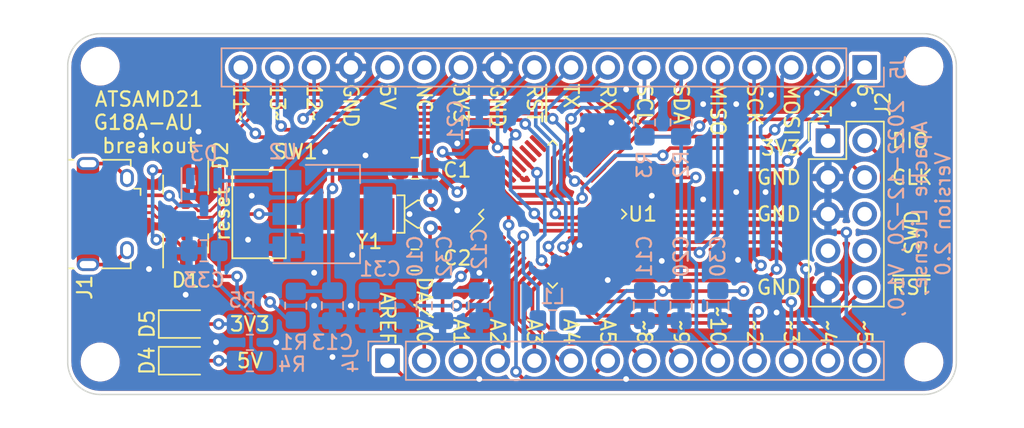
<source format=kicad_pcb>
(kicad_pcb (version 20211014) (generator pcbnew)
  (title_block (title "SAMD21 breakout") (date "2022-12-20") (rev "V1.0") (company "https://github.com/atoomnetmarc/SAMD21-breakout"))
  (layers (0 "F.Cu" signal) (31 "B.Cu" signal) (34 "B.Paste" user) (35 "F.Paste" user) (36 "B.SilkS" user "B.Silkscreen") (37 "F.SilkS" user "F.Silkscreen") (38 "B.Mask" user) (39 "F.Mask" user) (44 "Edge.Cuts" user))
  (net 0 "")
  (net 1 "+3.3V")
  (net 2 "GND")
  (net 3 "+3.3VA")
  (net 4 "/VDDCORE")
  (net 5 "/XIN32")
  (net 6 "/XOUT32")
  (net 7 "/USB+")
  (net 8 "/USB-")
  (net 19 "Net-(R1-Pad1)")
  (net 22 "unconnected-(J1-Pad6)")
  (net 23 "PA03{slash}AREF")
  (net 24 "~{RESET}")
  (net 25 "SWDIO")
  (net 26 "SWCLK")
  (net 27 "PA02{slash}DAC{slash}A0")
  (net 28 "PB08{slash}A1")
  (net 29 "PB09{slash}A2")
  (net 30 "PA04{slash}A3")
  (net 31 "PA05{slash}A4")
  (net 32 "PB02{slash}A5")
  (net 33 "PA08{slash}~D2{slash}SDA2")
  (net 34 "PA09{slash}~D3{slash}SCL2")
  (net 35 "PA14{slash}~D4")
  (net 36 "PA15{slash}~D5")
  (net 37 "PA20{slash}D6")
  (net 38 "PA21{slash}D7")
  (net 39 "PB10{slash}MOSI")
  (net 40 "PB11{slash}SCK")
  (net 41 "PA12{slash}MISO")
  (net 42 "PA22{slash}SDA")
  (net 43 "PA23{slash}SCL")
  (net 44 "PA11{slash}D0{slash}RX")
  (net 45 "PA10{slash}D1{slash}TX")
  (net 46 "+5V")
  (net 47 "PA06{slash}~D8")
  (net 48 "PA07{slash}~D9")
  (net 49 "PA18{slash}~D10")
  (net 50 "PA16{slash}~D11{slash}SDA3")
  (net 51 "PA17{slash}~D13{slash}SCL3{slash}LED")
  (net 52 "PA19{slash}~D12")
  (net 54 "Net-(D3-Pad3)")
  (net 55 "Net-(D4-Pad2)")
  (net 56 "Net-(D5-Pad2)")
  (footprint "LED_SMD:LED_0805_2012Metric_Pad1.15x1.40mm_HandSolder" (layer "F.Cu") (at -13.97 0)
    (fp_text reference "D4")
    (fp_text value "Blue")
  )
  (footprint "Package_TO_SOT_SMD:SOT-23" (layer "F.Cu") (at -13.97 -8.128 90)
    (fp_text reference "D1")
    (fp_text value "BAV99")
  )
  (footprint "Connector_PinHeader_2.54mm:PinHeader_2x05_P2.54mm_Vertical" (layer "F.Cu") (at 30.48 -15.24)
    (fp_text reference "J2")
    (fp_text value "Conn_ARM_JTAG_SWD_10")
  )
  (footprint "Package_TO_SOT_SMD:SOT-23" (layer "F.Cu") (at -13.97 -12.192 -90)
    (fp_text reference "D2")
    (fp_text value "BAV99")
  )
  (footprint "Capacitor_SMD:C_0805_2012Metric_Pad1.18x1.45mm_HandSolder" (layer "F.Cu") (at 1.905 -6.985 180)
    (fp_text reference "C2")
    (fp_text value "6.8pF")
  )
  (footprint "Crystal:Crystal_C26-LF_D2.1mm_L6.5mm_Horizontal_1EP_style1" (layer "F.Cu") (at 2.98 -11.11 -90)
    (fp_text reference "Y1")
    (fp_text value "32768Hz")
  )
  (footprint "Button_Switch_SMD:SW_SPST_CK_RS282G05A3" (layer "F.Cu") (at -8.89 -10.16 -90)
    (fp_text reference "SW1")
    (fp_text value "SW_Push")
  )
  (footprint "MountingHole:MountingHole_2.2mm_M2_DIN965" (layer "F.Cu") (at -19.8848 0.09)
    (fp_text reference "H3" hide)
    (fp_text value "MountingHole_Pad")
  )
  (footprint "MountingHole:MountingHole_2.2mm_M2_DIN965" (layer "F.Cu") (at 37.1152 -20.41)
    (fp_text reference "H2" hide)
    (fp_text value "MountingHole_Pad")
  )
  (footprint "Package_QFP:TQFP-48_7x7mm_P0.5mm" (layer "F.Cu") (at 11.43 -10.16 45)
    (fp_text reference "U1")
    (fp_text value "ATSAMD21G18A-AU")
  )
  (footprint "Capacitor_SMD:C_0805_2012Metric_Pad1.18x1.45mm_HandSolder" (layer "F.Cu") (at 1.905 -13.335 180)
    (fp_text reference "C1")
    (fp_text value "6.8pF")
  )
  (footprint "MountingHole:MountingHole_2.2mm_M2_DIN965" (layer "F.Cu") (at 37.1152 0.09)
    (fp_text reference "H4" hide)
    (fp_text value "MountingHole_Pad")
  )
  (footprint "Connector_USB-fixed:USB_Micro-B_Amphenol_10118194_Horizontal" (layer "F.Cu") (at -19.4318 -10.16 -90)
    (fp_text reference "J1")
    (fp_text value "USB_B_Micro")
  )
  (footprint "LED_SMD:LED_0805_2012Metric_Pad1.15x1.40mm_HandSolder" (layer "F.Cu") (at -13.97 -2.54)
    (fp_text reference "D5")
    (fp_text value "Blue")
  )
  (footprint "MountingHole:MountingHole_2.2mm_M2_DIN965" (layer "F.Cu") (at -19.8848 -20.41)
    (fp_text reference "H1" hide)
    (fp_text value "MountingHole_Pad")
  )
  (footprint "Capacitor_SMD:C_0805_2012Metric_Pad1.18x1.45mm_HandSolder" (layer "B.Cu") (at 22.86 -3.81 -90)
    (fp_text reference "C30")
    (fp_text value "10uF")
  )
  (footprint "Package_TO_SOT_SMD:SOT-23" (layer "B.Cu") (at -12.7 -11.684 -90)
    (fp_text reference "D3")
    (fp_text value "BAV99")
  )
  (footprint "Capacitor_SMD:C_0805_2012Metric_Pad1.18x1.45mm_HandSolder" (layer "B.Cu") (at 3.81 -3.81 -90)
    (fp_text reference "C32")
    (fp_text value "10uF")
  )
  (footprint "Capacitor_SMD:C_0805_2012Metric_Pad1.18x1.45mm_HandSolder" (layer "B.Cu") (at 17.78 -3.81 -90)
    (fp_text reference "C11")
    (fp_text value "100nF")
  )
  (footprint "Capacitor_SMD:C_0805_2012Metric_Pad1.18x1.45mm_HandSolder" (layer "B.Cu") (at 6.35 -3.81 -90)
    (fp_text reference "C12")
    (fp_text value "100nF")
  )
  (footprint "Capacitor_SMD:C_0805_2012Metric_Pad1.18x1.45mm_HandSolder" (layer "B.Cu") (at 20.32 -3.81 -90)
    (fp_text reference "C20")
    (fp_text value "1uF")
  )
  (footprint "Resistor_SMD:R_0805_2012Metric_Pad1.20x1.40mm_HandSolder" (layer "B.Cu") (at -9.525 -2.54 180)
    (fp_text reference "R5")
    (fp_text value "470")
  )
  (footprint "Capacitor_SMD:C_0805_2012Metric_Pad1.18x1.45mm_HandSolder" (layer "B.Cu") (at 1.27 -3.81 -90)
    (fp_text reference "C10")
    (fp_text value "100nF")
  )
  (footprint "Capacitor_SMD:C_0805_2012Metric_Pad1.18x1.45mm_HandSolder" (layer "B.Cu") (at -12.7 -7.62 180)
    (fp_text reference "C33")
    (fp_text value "10uF")
  )
  (footprint "Connector_PinHeader_2.54mm:PinHeader_1x18_P2.54mm_Vertical" (layer "B.Cu") (at 33.02 -20.32 90)
    (fp_text reference "J5")
    (fp_text value "Conn_01x18")
  )
  (footprint "Capacitor_SMD:C_0805_2012Metric_Pad1.18x1.45mm_HandSolder" (layer "B.Cu") (at -1.27 -3.81 -90)
    (fp_text reference "C31")
    (fp_text value "10uF")
  )
  (footprint "Inductor_SMD:L_0805_2012Metric_Pad1.15x1.40mm_HandSolder" (layer "B.Cu") (at 11.43 -2.794)
    (fp_text reference "L1")
    (fp_text value "10uH")
  )
  (footprint "Resistor_SMD:R_0805_2012Metric_Pad1.20x1.40mm_HandSolder" (layer "B.Cu") (at 20.32 -16.51 -90)
    (fp_text reference "R2")
    (fp_text value "4k7")
  )
  (footprint "Resistor_SMD:R_0805_2012Metric_Pad1.20x1.40mm_HandSolder" (layer "B.Cu") (at 17.78 -16.51 -90)
    (fp_text reference "R3")
    (fp_text value "4k7")
  )
  (footprint "Resistor_SMD:R_0805_2012Metric_Pad1.20x1.40mm_HandSolder" (layer "B.Cu") (at -6.35 -3.81 90)
    (fp_text reference "R1")
    (fp_text value "470R")
  )
  (footprint "Package_TO_SOT_SMD-extra:SOT-223-3_TabPinNC" (layer "B.Cu") (at -3.81 -10.16)
    (fp_text reference "U2")
    (fp_text value "AMS1117-3.3")
  )
  (footprint "Connector_PinHeader_2.54mm:PinHeader_1x14_P2.54mm_Vertical" (layer "B.Cu") (at 0 0 -90)
    (fp_text reference "J4")
    (fp_text value "Conn_01x14")
  )
  (footprint "Resistor_SMD:R_0805_2012Metric_Pad1.20x1.40mm_HandSolder" (layer "B.Cu") (at -9.525 0 180)
    (fp_text reference "R4")
    (fp_text value "2k2")
  )
  (footprint "Capacitor_SMD:C_0805_2012Metric_Pad1.18x1.45mm_HandSolder" (layer "B.Cu") (at -3.81 -3.81 -90)
    (fp_text reference "C13")
    (fp_text value "100nF")
  )
  (footprint "Capacitor_SMD:C_0805_2012Metric_Pad1.18x1.45mm_HandSolder" (layer "B.Cu") (at 6.35 -16.51 90)
    (fp_text reference "C21")
    (fp_text value "1uF")
  )
  (gr_arc (start 39.3652 0.09) (mid 38.70619 1.68099) (end 37.1152 2.34) (layer "Edge.Cuts") (width 0.1))
  (gr_line (start 39.3652 0.09) (end 39.3652 -20.41) (layer "Edge.Cuts") (width 0.1))
  (gr_arc (start 37.1152 -22.66) (mid 38.70619 -22.00099) (end 39.3652 -20.41) (layer "Edge.Cuts") (width 0.1))
  (gr_arc (start -19.8848 2.34) (mid -21.47579 1.68099) (end -22.1348 0.09) (layer "Edge.Cuts") (width 0.1))
  (gr_arc (start -22.1348 -20.41) (mid -21.47579 -22.00099) (end -19.8848 -22.66) (layer "Edge.Cuts") (width 0.1))
  (gr_line (start 37.1152 -22.66) (end -19.8848 -22.66) (layer "Edge.Cuts") (width 0.1))
  (gr_line (start -19.8848 2.34) (end 37.1152 2.34) (layer "Edge.Cuts") (width 0.1))
  (gr_line (start -22.1348 -20.41) (end -22.1348 0.09) (layer "Edge.Cuts") (width 0.1))
  (gr_text "2022-12-20, V1.0, \nApache License, \nVersion 2.0" (at 36.83 -10.16 90) (layer "B.SilkS") (effects (font (size 1 1)) (justify mirror)))
  (gr_text "GND" (at 28.702 -10.16) (layer "F.SilkS") (effects (font (size 1 1)) (justify right)))
  (gr_text "3V3" (at 28.702 -14.732) (layer "F.SilkS") (effects (font (size 1 1)) (justify right)))
  (gr_text "A1" (at 5.08 -1.016 -90) (layer "F.SilkS") (effects (font (size 1 1)) (justify right)))
  (gr_text "GND" (at 28.702 -12.7) (layer "F.SilkS") (effects (font (size 1 1)) (justify right)))
  (gr_text "~9" (at 20.32 -1.016 -90) (layer "F.SilkS") (effects (font (size 1 1)) (justify right)))
  (gr_text "reset" (at -11.43 -10.16 90) (layer "F.SilkS") (effects (font (size 1 1))))
  (gr_text "~8" (at 17.78 -1.016 -90) (layer "F.SilkS") (effects (font (size 1 1)) (justify right)))
  (gr_text "12~" (at -5.08 -19.304 -90) (layer "F.SilkS") (effects (font (size 1 1)) (justify left)))
  (gr_text "3V3" (at 5.08 -19.304 -90) (layer "F.SilkS") (effects (font (size 1 1)) (justify left)))
  (gr_text "TX" (at 12.7 -19.304 -90) (layer "F.SilkS") (effects (font (size 1 1)) (justify left)))
  (gr_text "GND" (at 7.62 -19.304 -90) (layer "F.SilkS") (effects (font (size 1 1)) (justify left)))
  (gr_text "~10" (at 22.86 -1.016 -90) (layer "F.SilkS") (effects (font (size 1 1)) (justify right)))
  (gr_text "1" (at 30.226 -17.272 90) (layer "F.SilkS") (effects (font (size 1 1))))
  (gr_text "11~" (at -10.16 -19.304 -90) (layer "F.SilkS") (effects (font (size 1 1)) (justify left)))
  (gr_text "A4" (at 12.7 -1.016 -90) (layer "F.SilkS") (effects (font (size 1 1)) (justify right)))
  (gr_text "MOSI" (at 27.94 -19.304 -90) (layer "F.SilkS") (effects (font (size 1 1)) (justify left)))
  (gr_text "7" (at 30.48 -19.304 -90) (layer "F.SilkS") (effects (font (size 1 1)) (justify left)))
  (gr_text "GND" (at -2.54 -19.304 -90) (layer "F.SilkS") (effects (font (size 1 1)) (justify left)))
  (gr_text "5V" (at 0 -19.304 -90) (layer "F.SilkS") (effects (font (size 1 1)) (justify left)))
  (gr_text "A3" (at 10.16 -1.016 -90) (layer "F.SilkS") (effects (font (size 1 1)) (justify right)))
  (gr_text "MISO" (at 22.86 -19.304 -90) (layer "F.SilkS") (effects (font (size 1 1)) (justify left)))
  (gr_text "~4" (at 30.48 -1.016 -90) (layer "F.SilkS") (effects (font (size 1 1)) (justify right)))
  (gr_text "SCK" (at 25.4 -19.304 -90) (layer "F.SilkS") (effects (font (size 1 1)) (justify left)))
  (gr_text "CLK" (at 34.798 -12.7) (layer "F.SilkS") (effects (font (size 1 1)) (justify left)))
  (gr_text "A5" (at 15.24 -1.016 -90) (layer "F.SilkS") (effects (font (size 1 1)) (justify right)))
  (gr_text "A2" (at 7.62 -1.016 -90) (layer "F.SilkS") (effects (font (size 1 1)) (justify right)))
  (gr_text "~3" (at 27.94 -1.016 -90) (layer "F.SilkS") (effects (font (size 1 1)) (justify right)))
  (gr_text "~5" (at 33.02 -1.016 -90) (layer "F.SilkS") (effects (font (size 1 1)) (justify right)))
  (gr_text "6" (at 33.02 -19.304 -90) (layer "F.SilkS") (effects (font (size 1 1)) (justify left)))
  (gr_text "DIO" (at 34.798 -15.24) (layer "F.SilkS") (effects (font (size 1 1)) (justify left)))
  (gr_text "RX" (at 15.24 -19.304 -90) (layer "F.SilkS") (effects (font (size 1 1)) (justify left)))
  (gr_text "AREF" (at 0 -1.016 -90) (layer "F.SilkS") (effects (font (size 1 1)) (justify right)))
  (gr_text "3V3" (at -9.525 -2.54) (layer "F.SilkS") (effects (font (size 1 1))))
  (gr_text "~{RST}" (at 34.798 -5.08) (layer "F.SilkS") (effects (font (size 1 1)) (justify left)))
  (gr_text "SCL" (at 17.78 -19.304 -90) (layer "F.SilkS") (effects (font (size 1 1)) (justify left)))
  (gr_text "SWD" (at 36.322 -8.89 90) (layer "F.SilkS") (effects (font (size 1 1))))
  (gr_text "NC" (at 2.54 -19.304 -90) (layer "F.SilkS") (effects (font (size 1 1)) (justify left)))
  (gr_text "SDA" (at 20.32 -19.304 -90) (layer "F.SilkS") (effects (font (size 1 1)) (justify left)))
  (gr_text "GND" (at 28.702 -5.08) (layer "F.SilkS") (effects (font (size 1 1)) (justify right)))
  (gr_text "ATSAMD21\nG18A-AU \nbreakout" (at -16.51 -16.51) (layer "F.SilkS") (effects (font (size 1 1))))
  (gr_text "~2" (at 25.4 -1.016 -90) (layer "F.SilkS") (effects (font (size 1 1)) (justify right)))
  (gr_text "13~" (at -7.62 -19.304 -90) (layer "F.SilkS") (effects (font (size 1 1)) (justify left)))
  (gr_text "~{RST}" (at 10.16 -19.304 -90) (layer "F.SilkS") (effects (font (size 1 1)) (justify left)))
  (gr_text "5V" (at -9.525 0) (layer "F.SilkS") (effects (font (size 1 1))))
  (gr_text "DA/A0" (at 2.54 -1.016 -90) (layer "F.SilkS") (effects (font (size 1 1)) (justify right)))
  (segment (start 30.0095 -16.7265) (end 30.48 -16.256) (width 0.25) (layer "F.Cu") (net 1))
  (segment (start 12.428788 -15.047876) (end 12.428788 -16.492788) (width 0.25) (layer "F.Cu") (net 1))
  (segment (start 14.5155 -6.01384) (end 14.5155 -5.287902) (width 0.25) (layer "F.Cu") (net 1))
  (segment (start -14.92 -13.1295) (end -16.1775 -13.1295) (width 0.25) (layer "F.Cu") (net 1))
  (segment (start 14.977402 -4.826) (end 19.05 -4.826) (width 0.25) (layer "F.Cu") (net 1))
  (segment (start -14.702249 -8.382) (end -13.510749 -7.1905) (width 0.25) (layer "F.Cu") (net 1))
  (segment (start -16.002 -8.382) (end -14.702249 -8.382) (width 0.25) (layer "F.Cu") (net 1))
  (segment (start -13.02 -8.316) (end -13.02 -7.1905) (width 0.25) (layer "F.Cu") (net 1))
  (segment (start -16.1775 -13.1295) (end -16.256 -13.208) (width 0.25) (layer "F.Cu") (net 1))
  (segment (start 14.5155 -5.287902) (end 14.977402 -4.826) (width 0.25) (layer "F.Cu") (net 1))
  (segment (start 11.43 -12.446) (end 11.43 -14.049088) (width 0.25) (layer "F.Cu") (net 1))
  (segment (start 6.28294 -13.14094) (end 4.826 -11.684) (width 0.25) (layer "F.Cu") (net 1))
  (segment (start 10.989064 -12.005064) (end 11.43 -12.446) (width 0.25) (layer "F.Cu") (net 1))
  (segment (start 22.0605 -16.7265) (end 30.0095 -16.7265) (width 0.25) (layer "F.Cu") (net 1))
  (segment (start 11.43 -14.049088) (end 12.428788 -15.047876) (width 0.25) (layer "F.Cu") (net 1))
  (segment (start 19.05 -4.826) (end 24.638 -4.826) (width 0.25) (layer "F.Cu") (net 1))
  (segment (start -11.176 -10.16) (end -13.02 -8.316) (width 0.25) (layer "F.Cu") (net 1))
  (segment (start 7.956338 -12.573002) (end 7.3884 -13.14094) (width 0.25) (layer "F.Cu") (net 1))
  (segment (start 21.59 -16.256) (end 22.0605 -16.7265) (width 0.25) (layer "F.Cu") (net 1))
  (segment (start -8.89 -10.16) (end -11.176 -10.16) (width 0.25) (layer "F.Cu") (net 1))
  (segment (start 7.3884 -13.14094) (end 6.28294 -13.14094) (width 0.25) (layer "F.Cu") (net 1))
  (segment (start -11.6715 -5.842) (end -10.414 -5.842) (width 0.25) (layer "F.Cu") (net 1))
  (segment (start 13.843002 -6.686338) (end 14.5155 -6.01384) (width 0.25) (layer "F.Cu") (net 1))
  (segment (start -13.510749 -7.1905) (end -13.02 -7.1905) (width 0.25) (layer "F.Cu") (net 1))
  (segment (start 7.956338 -12.573002) (end 8.524276 -12.005064) (width 0.25) (layer "F.Cu") (net 1))
  (segment (start -13.02 -7.1905) (end -11.6715 -5.842) (width 0.25) (layer "F.Cu") (net 1))
  (segment (start 12.428788 -16.492788) (end 12.7 -16.764) (width 0.25) (layer "F.Cu") (net 1))
  (segment (start 30.48 -16.256) (end 30.48 -15.24) (width 0.25) (layer "F.Cu") (net 1))
  (segment (start 8.524276 -12.005064) (end 10.989064 -12.005064) (width 0.25) (layer "F.Cu") (net 1))
  (via (at -16.256 -13.208) (size 0.8) (drill 0.4) (layers "F.Cu" "B.Cu") (net 1))
  (via (at 19.05 -4.826) (size 0.8) (drill 0.4) (layers "F.Cu" "B.Cu") (net 1))
  (via (at -16.002 -8.382) (size 0.8) (drill 0.4) (layers "F.Cu" "B.Cu") (net 1))
  (via (at -8.89 -10.16) (size 0.8) (drill 0.4) (layers "F.Cu" "B.Cu") (net 1))
  (via (at 12.7 -16.764) (size 0.8) (drill 0.4) (layers "F.Cu" "B.Cu") (net 1))
  (via (at -10.414 -5.842) (size 0.8) (drill 0.4) (layers "F.Cu" "B.Cu") (net 1))
  (via (at 4.826 -11.684) (size 0.8) (drill 0.4) (layers "F.Cu" "B.Cu") (net 1))
  (via (at 24.638 -4.826) (size 0.8) (drill 0.4) (layers "F.Cu" "B.Cu") (net 1))
  (via (at 21.59 -16.256) (size 0.8) (drill 0.4) (layers "F.Cu" "B.Cu") (net 1))
  (segment (start 17.78 -15.748) (end 17.78 -15.51) (width 0.25) (layer "B.Cu") (net 1))
  (segment (start 3.556 -12.954) (end 4.826 -11.684) (width 0.25) (layer "B.Cu") (net 1))
  (segment (start -4.166 -12.954) (end 2.54 -12.954) (width 0.25) (layer "B.Cu") (net 1))
  (segment (start -16.256 -8.636) (end -16.002 -8.382) (width 0.25) (layer "B.Cu") (net 1))
  (segment (start 16.5315 -4.8475) (end 17.78 -4.8475) (width 0.25) (layer "B.Cu") (net 1))
  (segment (start 19.05 -4.826) (end 17.8015 -4.826) (width 0.25) (layer "B.Cu") (net 1))
  (segment (start 20.2985 -4.826) (end 20.32 -4.8475) (width 0.25) (layer "B.Cu") (net 1))
  (segment (start 20.32 -15.51) (end 20.844 -15.51) (width 0.25) (layer "B.Cu") (net 1))
  (segment (start 22.8815 -4.826) (end 22.86 -4.8475) (width 0.25) (layer "B.Cu") (net 1))
  (segment (start 2.54 -17.78) (end 2.54 -12.954) (width 0.25) (layer "B.Cu") (net 1))
  (segment (start 13.462 -17.526) (end 16.002 -17.526) (width 0.25) (layer "B.Cu") (net 1))
  (segment (start 19.05 -4.826) (end 20.2985 -4.826) (width 0.25) (layer "B.Cu") (net 1))
  (segment (start -6.96 -10.16) (end -8.89 -10.16) (width 0.25) (layer "B.Cu") (net 1))
  (segment (start 24.638 -4.826) (end 22.8815 -4.826) (width 0.25) (layer "B.Cu") (net 1))
  (segment (start -6.96 -10.16) (end -4.166 -12.954) (width 0.25) (layer "B.Cu") (net 1))
  (segment (start 12.7 -16.764) (end 13.462 -17.526) (width 0.25) (layer "B.Cu") (net 1))
  (segment (start -8.525 -2.788863) (end -10.414 -4.677863) (width 0.25) (layer "B.Cu") (net 1))
  (segment (start 2.54 -12.954) (end 3.556 -12.954) (width 0.25) (layer "B.Cu") (net 1))
  (segment (start 20.32 -15.51) (end 20.32 -4.8475) (width 0.25) (layer "B.Cu") (net 1))
  (segment (start 16.002 -17.526) (end 17.78 -15.748) (width 0.25) (layer "B.Cu") (net 1))
  (segment (start 12.455 -2.794) (end 14.478 -2.794) (width 0.25) (layer "B.Cu") (net 1))
  (segment (start -8.525 -2.54) (end -8.525 -2.788863) (width 0.25) (layer "B.Cu") (net 1))
  (segment (start 20.844 -15.51) (end 21.59 -16.256) (width 0.25) (layer "B.Cu") (net 1))
  (segment (start 17.8015 -4.826) (end 17.78 -4.8475) (width 0.25) (layer "B.Cu") (net 1))
  (segment (start 20.32 -15.51) (end 17.78 -15.51) (width 0.25) (layer "B.Cu") (net 1))
  (segment (start 14.478 -2.794) (end 16.5315 -4.8475) (width 0.25) (layer "B.Cu") (net 1))
  (segment (start -16.256 -13.208) (end -16.256 -8.636) (width 0.25) (layer "B.Cu") (net 1))
  (segment (start 5.08 -20.32) (end 2.54 -17.78) (width 0.25) (layer "B.Cu") (net 1))
  (segment (start -10.414 -4.677863) (end -10.414 -5.842) (width 0.25) (layer "B.Cu") (net 1))
  (segment (start 8.663445 -13.280109) (end 7.903612 -14.039942) (width 0.25) (layer "F.Cu") (net 2))
  (segment (start 15.24 -5.996446) (end 15.24 -5.588) (width 0.25) (layer "F.Cu") (net 2))
  (segment (start 7.956338 -7.746998) (end 6.354299 -6.144959) (width 0.25) (layer "F.Cu") (net 2))
  (segment (start 12.782342 -14.694322) (end 13.462 -15.37398) (width 0.25) (layer "F.Cu") (net 2))
  (segment (start -8.89 -14.06) (end -4.736 -14.06) (width 0.25) (layer "F.Cu") (net 2))
  (segment (start 13.462 -15.37398) (end 13.462 -16.002) (width 0.25) (layer "F.Cu") (net 2))
  (segment (start 14.196555 -7.039891) (end 15.24 -5.996446) (width 0.25) (layer "F.Cu") (net 2))
  (segment (start 7.903612 -14.039942) (end 5.839893 -14.039942) (width 0.25) (layer "F.Cu") (net 2))
  (segment (start -4.736 -14.06) (end -4.318 -14.478) (width 0.25) (layer "F.Cu") (net 2))
  (segment (start 6.354299 -6.144959) (end 6.354299 -6.091701) (width 0.25) (layer "F.Cu") (net 2))
  (segment (start 5.839893 -14.039942) (end 4.822838 -15.056997) (width 0.25) (layer "F.Cu") (net 2))
  (via (at 15.494 -16.51) (size 0.8) (drill 0.4) (layers "F.Cu" "B.Cu") (net 2))
  (via (at -1.524 -14.224) (size 0.8) (drill 0.4) (layers "F.Cu" "B.Cu") (net 2))
  (via (at 26.543 -18.415) (size 0.8) (drill 0.4) (layers "F.Cu" "B.Cu") (net 2))
  (via (at -5.08 -6.096) (size 0.8) (drill 0.4) (layers "F.Cu" "B.Cu") (net 2))
  (via (at 4.826 -10.414) (size 0.8) (drill 0.4) (layers "F.Cu" "B.Cu") (net 2))
  (via (at -13.97 -4.572) (size 0.8) (drill 0.4) (layers "F.Cu" "B.Cu") (net 2))
  (via (at 24.25556 -6.986439) (size 0.8) (drill 0.4) (layers "F.Cu" "B.Cu") (net 2))
  (via (at 24.13 -11.684) (size 0.8) (drill 0.4) (layers "F.Cu" "B.Cu") (net 2))
  (via (at -9.652 -8.382) (size 0.8) (drill 0.4) (layers "F.Cu" "B.Cu") (net 2))
  (via (at -9.398 -11.43) (size 0.8) (drill 0.4) (layers "F.Cu" "B.Cu") (net 2))
  (via (at 16.51 -18.796) (size 0.8) (drill 0.4) (layers "F.Cu" "B.Cu") (net 2))
  (via (at -7.703051 -1.269174) (size 0.8) (drill 0.4) (layers "F.Cu" "B.Cu") (net 2))
  (via (at -17.018 -15.621) (size 0.8) (drill 0.4) (layers "F.Cu" "B.Cu") (net 2))
  (via (at -4.318 -14.478) (size 0.8) (drill 0.4) (layers "F.Cu" "B.Cu") (net 2))
  (via (at -2.54 -3.81) (size 0.8) (drill 0.4) (layers "F.Cu" "B.Cu") (net 2))
  (via (at 6.354299 -6.091701) (size 0.8) (drill 0.4) (layers "F.Cu" "B.Cu") (net 2))
  (via (at 18.978724 -6.913806) (size 0.8) (drill 0.4) (layers "F.Cu" "B.Cu") (net 2))
  (via (at -13.081 -15.875) (size 0.8) (drill 0.4) (layers "F.Cu" "B.Cu") (net 2))
  (via (at 32.258 -17.78) (size 0.8) (drill 0.4) (layers "F.Cu" "B.Cu") (net 2))
  (via (at 24.13 -17.78) (size 0.8) (drill 0.4) (layers "F.Cu" "B.Cu") (net 2))
  (via (at 13.462 -16.002) (size 0.8) (drill 0.4) (layers "F.Cu" "B.Cu") (net 2))
  (via (at 18.288 -11.43) (size 0.8) (drill 0.4) (layers "F.Cu" "B.Cu") (net 2))
  (via (at 15.24 -5.588) (size 0.8) (drill 0.4) (layers "F.Cu" "B.Cu") (net 2))
  (via (at 26.924 -3.3395) (size 0.8) (drill 0.4) (layers "F.Cu" "B.Cu") (net 2))
  (via (at 21.844 -11.176) (size 0.8) (drill 0.4) (layers "F.Cu" "B.Cu") (net 2))
  (via (at 13.290016 -7.995784) (size 0.8) (drill 0.4) (layers "F.Cu" "B.Cu") (net 2))
  (via (at 1.524 -10.16) (size 0.8) (drill 0.4) (layers "F.Cu" "B.Cu") (net 2))
  (via (at -16.51 -6.35) (size 0.8) (drill 0.4) (layers "F.Cu" "B.Cu") (net 2))
  (via (at 29.718 -18.542) (size 0.8) (drill 0.4) (layers "F.Cu" "B.Cu") (net 2))
  (via (at 21.844 -17.78) (size 0.8) (drill 0.4) (layers "F.Cu" "B.Cu") (net 2))
  (via (at 6.35 1.27) (size 0.8) (drill 0.4) (layers "F.Cu" "B.Cu") (net 2))
  (via (at -3.81 -0.254) (size 0.8) (drill 0.4) (layers "F.Cu" "B.Cu") (net 2))
  (via (at 16.51 1.27) (size 0.8) (drill 0.4) (layers "F.Cu" "B.Cu") (net 2))
  (via (at 4.822838 -15.056997) (size 0.8) (drill 0.4) (layers "F.Cu" "B.Cu") (net 2))
  (via (at -2.436471 -7.327587) (size 0.8) (drill 0.4) (layers "F.Cu" "B.Cu") (net 2))
  (via (at -5.08 -3.81) (size 0.8) (drill 0.4) (layers "F.Cu" "B.Cu") (net 2))
  (via (at 26.162 -11.684) (size 0.8) (drill 0.4) (layers "F.Cu" "B.Cu") (net 2))
  (via (at -11.867247 -1.285377) (size 0.8) (drill 0.4) (layers "F.Cu" "B.Cu") (net 2))
  (segment (start 9.398 -8.481554) (end 9.398 -8.636) (width 0.25) (layer "F.Cu") (net 3))
  (segment (start 8.309891 -7.393445) (end 9.398 -8.481554) (width 0.25) (layer "F.Cu") (net 3))
  (segment (start 7.078799 -6.162353) (end 7.078799 -5.428489) (width 0.25) (layer "F.Cu") (net 3))
  (segment (start 7.078799 -5.428489) (end 5.46031 -3.81) (width 0.25) (layer "F.Cu") (net 3))
  (segment (start 8.309891 -7.393445) (end 7.078799 -6.162353) (width 0.25) (layer "F.Cu") (net 3))
  (segment (start 5.46031 -3.81) (end 4.766301 -3.81) (width 0.25) (layer "F.Cu") (net 3))
  (via (at 9.398 -8.636) (size 0.8) (drill 0.4) (layers "F.Cu" "B.Cu") (net 3))
  (via (at 4.766301 -3.81) (size 0.8) (drill 0.4) (layers "F.Cu" "B.Cu") (net 3))
  (segment (start 1.27 -4.8475) (end -1.27 -4.8475) (width 0.25) (layer "B.Cu") (net 3))
  (segment (start 4.766301 -3.81) (end 1.778 -3.81) (width 0.25) (layer "B.Cu") (net 3))
  (segment (start 1.778 -3.81) (end 1.27 -4.318) (width 0.25) (layer "B.Cu") (net 3))
  (segment (start 9.398 -6.096) (end 10.405 -5.089) (width 0.25) (layer "B.Cu") (net 3))
  (segment (start 10.405 -5.089) (end 10.405 -2.794) (width 0.25) (layer "B.Cu") (net 3))
  (segment (start 1.27 -4.318) (end 1.27 -4.8475) (width 0.25) (layer "B.Cu") (net 3))
  (segment (start 9.398 -8.636) (end 9.398 -6.096) (width 0.25) (layer "B.Cu") (net 3))
  (segment (start 4.697559 -13.590441) (end 3.81 -14.478) (width 0.25) (layer "F.Cu") (net 4))
  (segment (start 7.646005 -13.590441) (end 4.697559 -13.590441) (width 0.25) (layer "F.Cu") (net 4))
  (segment (start 8.309891 -12.926555) (end 7.646005 -13.590441) (width 0.25) (layer "F.Cu") (net 4))
  (via (at 3.81 -14.478) (size 0.8) (drill 0.4) (layers "F.Cu" "B.Cu") (net 4))
  (segment (start 6.35 -15.4725) (end 5.209997 -14.332497) (width 0.25) (layer "B.Cu") (net 4))
  (segment (start 3.955503 -14.332497) (end 3.81 -14.478) (width 0.25) (layer "B.Cu") (net 4))
  (segment (start 5.209997 -14.332497) (end 3.955503 -14.332497) (width 0.25) (layer "B.Cu") (net 4))
  (segment locked (start 2.9425 -13.335) (end 2.9425 -11.1475) (width 0.25) (layer "F.Cu") (net 5))
  (segment locked (start 4.953 -8.636) (end 6.016912 -8.636) (width 0.25) (layer "F.Cu") (net 5))
  (segment locked (start 2.98 -11.11) (end 2.98 -10.609) (width 0.25) (layer "F.Cu") (net 5))
  (segment locked (start 2.98 -10.609) (end 4.953 -8.636) (width 0.25) (layer "F.Cu") (net 5))
  (segment locked (start 6.016912 -8.636) (end 6.542124 -9.161212) (width 0.25) (layer "F.Cu") (net 5))
  (segment locked (start 2.9425 -11.1475) (end 2.98 -11.11) (width 0.25) (layer "F.Cu") (net 5))
  (segment locked (start 2.9425 -6.985) (end 2.9425 -9.1725) (width 0.25) (layer "F.Cu") (net 6))
  (segment locked (start 6.895678 -8.807658) (end 6.274519 -8.186499) (width 0.25) (layer "F.Cu") (net 6))
  (segment locked (start 4.640501 -8.186499) (end 3.617 -9.21) (width 0.25) (layer "F.Cu") (net 6))
  (segment locked (start 6.274519 -8.186499) (end 4.640501 -8.186499) (width 0.25) (layer "F.Cu") (net 6))
  (segment locked (start 3.617 -9.21) (end 2.98 -9.21) (width 0.25) (layer "F.Cu") (net 6))
  (segment locked (start 2.9425 -9.1725) (end 2.98 -9.21) (width 0.25) (layer "F.Cu") (net 6))
  (segment locked (start -8.7968 -17.555) (end -10.951 -15.4008) (width 0.2) (layer "F.Cu") (net 7))
  (segment locked (start -10.951 -15.4008) (end -10.951 -11.0828) (width 0.2) (layer "F.Cu") (net 7))
  (segment locked (start -13.97 -9.0655) (end -14.839499 -9.934999) (width 0.2) (layer "F.Cu") (net 7))
  (segment locked (start 14.253 -16.9248) (end 13.6228 -17.555) (width 0.2) (layer "F.Cu") (net 7))
  (segment locked (start -16.919299 -10.26) (end -17.019299 -10.16) (width 0.2) (layer "F.Cu") (net 7))
  (segment locked (start 13.17125 -14.340769) (end 14.253 -15.422519) (width 0.2) (layer "F.Cu") (net 7))
  (segment locked (start 14.253 -15.422519) (end 14.253 -16.9248) (width 0.2) (layer "F.Cu") (net 7))
  (segment locked (start -13.100501 -9.934999) (end -13.97 -9.0655) (width 0.2) (layer "F.Cu") (net 7))
  (segment locked (start -10.951 -11.0828) (end -12.098801 -9.934999) (width 0.2) (layer "F.Cu") (net 7))
  (segment locked (start -12.098801 -9.934999) (end -13.100501 -9.934999) (width 0.2) (layer "F.Cu") (net 7))
  (segment locked (start 13.135895 -14.340769) (end 13.17125 -14.340769) (width 0.2) (layer "F.Cu") (net 7))
  (segment locked (start -17.019299 -10.16) (end -18.0318 -10.16) (width 0.2) (layer "F.Cu") (net 7))
  (segment locked (start 13.6228 -17.555) (end -8.7968 -17.555) (width 0.2) (layer "F.Cu") (net 7))
  (segment locked (start -16.2932 -10.26) (end -16.919299 -10.26) (width 0.2) (layer "F.Cu") (net 7))
  (segment locked (start -15.968199 -9.934999) (end -16.2932 -10.26) (width 0.2) (layer "F.Cu") (net 7))
  (segment locked (start -14.839499 -9.934999) (end -15.968199 -9.934999) (width 0.2) (layer "F.Cu") (net 7))
  (segment locked (start -12.285199 -10.385001) (end -13.100501 -10.385001) (width 0.2) (layer "F.Cu") (net 8))
  (segment locked (start 14.703 -15.236121) (end 14.703 -17.1112) (width 0.2) (layer "F.Cu") (net 8))
  (segment locked (start 13.489449 -13.987215) (end 13.489449 -14.02257) (width 0.2) (layer "F.Cu") (net 8))
  (segment locked (start -13.100501 -10.385001) (end -13.97 -11.2545) (width 0.2) (layer "F.Cu") (net 8))
  (segment locked (start -16.1068 -10.71) (end -16.919299 -10.71) (width 0.2) (layer "F.Cu") (net 8))
  (segment locked (start -13.97 -11.2545) (end -14.839499 -10.385001) (width 0.2) (layer "F.Cu") (net 8))
  (segment locked (start 13.8092 -18.005) (end -8.9832 -18.005) (width 0.2) (layer "F.Cu") (net 8))
  (segment locked (start -14.839499 -10.385001) (end -15.781801 -10.385001) (width 0.2) (layer "F.Cu") (net 8))
  (segment locked (start -15.781801 -10.385001) (end -16.1068 -10.71) (width 0.2) (layer "F.Cu") (net 8))
  (segment locked (start -17.019299 -10.81) (end -18.0318 -10.81) (width 0.2) (layer "F.Cu") (net 8))
  (segment locked (start 14.703 -17.1112) (end 13.8092 -18.005) (width 0.2) (layer "F.Cu") (net 8))
  (segment locked (start -8.9832 -18.005) (end -11.401 -15.5872) (width 0.2) (layer "F.Cu") (net 8))
  (segment locked (start -11.401 -11.2692) (end -12.285199 -10.385001) (width 0.2) (layer "F.Cu") (net 8))
  (segment locked (start -11.401 -15.5872) (end -11.401 -11.2692) (width 0.2) (layer "F.Cu") (net 8))
  (segment locked (start 13.489449 -14.02257) (end 14.703 -15.236121) (width 0.2) (layer "F.Cu") (net 8))
  (segment locked (start -16.919299 -10.71) (end -17.019299 -10.81) (width 0.2) (layer "F.Cu") (net 8))
  (segment (start -8.89 -4.826) (end -8.128 -4.064) (width 0.25) (layer "F.Cu") (net 19))
  (segment (start -8.89 -6.26) (end -8.89 -4.826) (width 0.25) (layer "F.Cu") (net 19))
  (via (at -8.128 -4.064) (size 0.8) (drill 0.4) (layers "F.Cu" "B.Cu") (net 19))
  (segment (start -6.35 -2.81) (end -6.874 -2.81) (width 0.25) (layer "B.Cu") (net 19))
  (segment (start -6.874 -2.81) (end -8.128 -4.064) (width 0.25) (layer "B.Cu") (net 19))
  (segment (start -20.7318 -9.16) (end -20.7318 -7.26) (width 0.25) (layer "F.Cu") (net 22))
  (segment (start -19.0318 -13.66) (end -18.0318 -12.66) (width 0.25) (layer "F.Cu") (net 22))
  (segment (start -20.7318 -11.16) (end -20.7318 -9.16) (width 0.25) (layer "F.Cu") (net 22))
  (segment (start -20.7318 -13.66) (end -20.7318 -11.16) (width 0.25) (layer "F.Cu") (net 22))
  (segment (start -19.0318 -6.66) (end -18.0318 -7.66) (width 0.25) (layer "F.Cu") (net 22))
  (segment (start -20.7318 -13.66) (end -19.0318 -13.66) (width 0.25) (layer "F.Cu") (net 22))
  (segment (start -20.7318 -6.66) (end -19.0318 -6.66) (width 0.25) (layer "F.Cu") (net 22))
  (segment (start 6.524499 -7.286499) (end 6.788733 -7.286499) (width 0.25) (layer "F.Cu") (net 23))
  (segment (start 2.98985 1.27) (end 3.81 0.44985) (width 0.25) (layer "F.Cu") (net 23))
  (segment (start 1.27 1.27) (end 2.98985 1.27) (width 0.25) (layer "F.Cu") (net 23))
  (segment (start 3.81 -4.572) (end 5.08 -5.842) (width 0.25) (layer "F.Cu") (net 23))
  (segment (start 5.08 -5.842) (end 6.524499 -7.286499) (width 0.25) (layer "F.Cu") (net 23))
  (segment (start 6.788733 -7.286499) (end 7.602785 -8.100551) (width 0.25) (layer "F.Cu") (net 23))
  (segment (start 3.81 0.44985) (end 3.81 -4.572) (width 0.25) (layer "F.Cu") (net 23))
  (segment (start 0 0) (end 1.27 1.27) (width 0.25) (layer "F.Cu") (net 23))
  (via (at 5.08 -5.842) (size 0.8) (drill 0.4) (layers "F.Cu" "B.Cu") (net 23))
  (segment (start 3.81 -4.8475) (end 6.35 -4.8475) (width 0.25) (layer "B.Cu") (net 23))
  (segment (start 4.0855 -4.8475) (end 5.08 -5.842) (width 0.25) (layer "B.Cu") (net 23))
  (segment (start 3.81 -4.8475) (end 4.0855 -4.8475) (width 0.25) (layer "B.Cu") (net 23))
  (segment (start 9.370551 -13.987215) (end 10.331891 -13.025875) (width 0.25) (layer "F.Cu") (net 24))
  (segment (start 11.43 -5.59916) (end 11.43 -6.191125) (width 0.25) (layer "F.Cu") (net 24))
  (segment (start -3.81 -11.938) (end -3.81 -13.462) (width 0.25) (layer "F.Cu") (net 24))
  (segment (start 33.02 -5.08) (end 30.555 -2.615) (width 0.25) (layer "F.Cu") (net 24))
  (segment (start 9.370551 -13.987215) (end 8.593322 -14.764444) (width 0.25) (layer "F.Cu") (net 24))
  (segment (start 11.43 -6.191125) (end 10.656017 -6.965108) (width 0.25) (layer "F.Cu") (net 24))
  (segment (start -3.81 -13.462) (end -1.490503 -15.781497) (width 0.25) (layer "F.Cu") (net 24))
  (segment (start 10.331891 -13.025875) (end 10.340989 -13.025875) (width 0.25) (layer "F.Cu") (net 24))
  (segment (start 8.593322 -14.764444) (end 7.616313 -14.764444) (width 0.25) (layer "F.Cu") (net 24))
  (segment (start -1.490503 -15.781497) (end 6.681471 -15.781497) (width 0.25) (layer "F.Cu") (net 24))
  (segment (start 30.555 -2.615) (end 14.41416 -2.615) (width 0.25) (layer "F.Cu") (net 24))
  (segment (start 7.616313 -14.846655) (end 7.616313 -14.764444) (width 0.25) (layer "F.Cu") (net 24))
  (segment (start 6.681471 -15.781497) (end 7.616313 -14.846655) (width 0.25) (layer "F.Cu") (net 24))
  (segment (start 14.41416 -2.615) (end 11.43 -5.59916) (width 0.25) (layer "F.Cu") (net 24))
  (via (at 10.340989 -13.025875) (size 0.8) (drill 0.4) (layers "F.Cu" "B.Cu") (net 24))
  (via (at 7.616313 -14.764444) (size 0.8) (drill 0.4) (layers "F.Cu" "B.Cu") (net 24))
  (via (at -3.81 -11.938) (size 0.8) (drill 0.4) (layers "F.Cu" "B.Cu") (net 24))
  (via (at 10.656017 -6.965108) (size 0.8) (drill 0.4) (layers "F.Cu" "B.Cu") (net 24))
  (segment (start -6.35 -4.81) (end -3.8475 -4.81) (width 0.25) (layer "B.Cu") (net 24))
  (segment (start 7.616313 -17.776313) (end 7.616313 -14.764444) (width 0.25) (layer "B.Cu") (net 24))
  (segment (start 10.340989 -13.025875) (end 10.340989 -11.652476) (width 0.25) (layer "B.Cu") (net 24))
  (segment (start 10.414 -8.255) (end 10.414 -7.207125) (width 0.25) (layer "B.Cu") (net 24))
  (segment (start 10.884502 -8.725502) (end 10.414 -8.255) (width 0.25) (layer "B.Cu") (net 24))
  (segment (start -4.064 -11.684) (end -3.81 -11.938) (width 0.25) (layer "B.Cu") (net 24))
  (segment (start -3.81 -4.8475) (end -4.064 -5.1015) (width 0.25) (layer "B.Cu") (net 24))
  (segment (start 10.414 -7.207125) (end 10.656017 -6.965108) (width 0.25) (layer "B.Cu") (net 24))
  (segment (start 10.340989 -11.652476) (end 10.884502 -11.108965) (width 0.25) (layer "B.Cu") (net 24))
  (segment (start 10.16 -20.32) (end 7.616313 -17.776313) (width 0.25) (layer "B.Cu") (net 24))
  (segment (start -4.064 -5.1015) (end -4.064 -11.684) (width 0.25) (layer "B.Cu") (net 24))
  (segment (start -3.8475 -4.81) (end -3.81 -4.8475) (width 0.25) (layer "B.Cu") (net 24))
  (segment (start 10.884502 -11.108965) (end 10.884502 -8.725502) (width 0.25) (layer "B.Cu") (net 24))
  (segment (start 14.617402 -10.045402) (end 15.699464 -10.045402) (width 0.25) (layer "F.Cu") (net 25))
  (segment (start 15.736765 -10.082703) (end 27.095352 -10.082703) (width 0.25) (layer "F.Cu") (net 25))
  (segment (start 34.195 -14.065) (end 33.02 -15.24) (width 0.25) (layer "F.Cu") (net 25))
  (segment (start 33.528 -11.43) (end 34.195 -12.097) (width 0.25) (layer "F.Cu") (net 25))
  (segment (start 13.578998 -9.006998) (end 14.617402 -10.045402) (width 0.25) (layer "F.Cu") (net 25))
  (segment (start 10.108128 -9.006998) (end 13.578998 -9.006998) (width 0.25) (layer "F.Cu") (net 25))
  (segment (start 28.442649 -11.43) (end 33.528 -11.43) (width 0.25) (layer "F.Cu") (net 25))
  (segment (start 34.195 -12.097) (end 34.195 -14.065) (width 0.25) (layer "F.Cu") (net 25))
  (segment (start 7.249231 -11.865895) (end 10.108128 -9.006998) (width 0.25) (layer "F.Cu") (net 25))
  (segment (start 15.699464 -10.045402) (end 15.736765 -10.082703) (width 0.25) (layer "F.Cu") (net 25))
  (segment (start 27.095352 -10.082703) (end 28.442649 -11.43) (width 0.25) (layer "F.Cu") (net 25))
  (segment (start 31.75 -13.97) (end 28.94 -13.97) (width 0.25) (layer "F.Cu") (net 26))
  (segment (start 7.602785 -12.219449) (end 8.900234 -10.922) (width 0.25) (layer "F.Cu") (net 26))
  (segment (start 28.178 -14.732) (end 19.558 -14.732) (width 0.25) (layer "F.Cu") (net 26))
  (segment (start 8.900234 -10.922) (end 13.111517 -10.922) (width 0.25) (layer "F.Cu") (net 26))
  (segment (start 13.111517 -10.922) (end 13.466651 -11.277134) (width 0.25) (layer "F.Cu") (net 26))
  (segment (start 33.02 -12.7) (end 31.75 -13.97) (width 0.25) (layer "F.Cu") (net 26))
  (segment (start 19.558 -14.732) (end 19.05 -14.224) (width 0.25) (layer "F.Cu") (net 26))
  (segment (start 28.94 -13.97) (end 28.178 -14.732) (width 0.25) (layer "F.Cu") (net 26))
  (via (at 13.466651 -11.277134) (size 0.8) (drill 0.4) (layers "F.Cu" "B.Cu") (net 26))
  (via (at 19.05 -14.224) (size 0.8) (drill 0.4) (layers "F.Cu" "B.Cu") (net 26))
  (segment (start 15.756598 -14.224) (end 19.05 -14.224) (width 0.25) (layer "B.Cu") (net 26))
  (segment (start 13.466651 -11.277134) (end 13.466651 -11.934053) (width 0.25) (layer "B.Cu") (net 26))
  (segment (start 13.466651 -11.934053) (end 15.756598 -14.224) (width 0.25) (layer "B.Cu") (net 26))
  (segment (start 5.822211 -7.736499) (end 6.531625 -7.736499) (width 0.25) (layer "F.Cu") (net 27))
  (segment (start 2.54 -4.454288) (end 5.822211 -7.736499) (width 0.25) (layer "F.Cu") (net 27))
  (segment (start 2.54 0) (end 2.54 -4.454288) (width 0.25) (layer "F.Cu") (net 27))
  (segment (start 6.531625 -7.736499) (end 7.249231 -8.454105) (width 0.25) (layer "F.Cu") (net 27))
  (segment (start 5.08 -2.794) (end 7.5283 -5.2423) (width 0.25) (layer "F.Cu") (net 28))
  (segment (start 7.5283 -5.904746) (end 8.663445 -7.039891) (width 0.25) (layer "F.Cu") (net 28))
  (segment (start 5.08 0) (end 5.08 -2.794) (width 0.25) (layer "F.Cu") (net 28))
  (segment (start 7.5283 -5.2423) (end 7.5283 -5.904746) (width 0.25) (layer "F.Cu") (net 28))
  (segment (start 7.977801 -5.647141) (end 7.977801 -0.357801) (width 0.25) (layer "F.Cu") (net 29))
  (segment (start 7.977801 -0.357801) (end 7.62 0) (width 0.25) (layer "F.Cu") (net 29))
  (segment (start 9.016998 -6.686338) (end 7.977801 -5.647141) (width 0.25) (layer "F.Cu") (net 29))
  (segment (start 9.370551 -6.332785) (end 8.610719 -5.572953) (width 0.25) (layer "F.Cu") (net 30))
  (segment (start 8.610719 -2.692281) (end 10.16 -1.143) (width 0.25) (layer "F.Cu") (net 30))
  (segment (start 10.16 -1.143) (end 10.16 0) (width 0.25) (layer "F.Cu") (net 30))
  (segment (start 8.610719 -5.572953) (end 8.610719 -2.692281) (width 0.25) (layer "F.Cu") (net 30))
  (segment (start 10.609501 -1.329189) (end 10.609501 -1.327809) (width 0.25) (layer "F.Cu") (net 31))
  (segment (start 9.06022 -2.87847) (end 10.609501 -1.329189) (width 0.25) (layer "F.Cu") (net 31))
  (segment (start 10.609501 -1.327809) (end 11.93731 0) (width 0.25) (layer "F.Cu") (net 31))
  (segment (start 9.724105 -5.979231) (end 9.06022 -5.315346) (width 0.25) (layer "F.Cu") (net 31))
  (segment (start 9.06022 -5.315346) (end 9.06022 -2.87847) (width 0.25) (layer "F.Cu") (net 31))
  (segment (start 11.93731 0) (end 12.7 0) (width 0.25) (layer "F.Cu") (net 31))
  (segment (start 8.382 -10.02602) (end 8.382 -9.398) (width 0.25) (layer "F.Cu") (net 32))
  (segment (start 6.895678 -11.512342) (end 8.382 -10.02602) (width 0.25) (layer "F.Cu") (net 32))
  (segment (start 15.24 0) (end 13.97 1.27) (width 0.25) (layer "F.Cu") (net 32))
  (segment (start 9.398 1.27) (end 8.89 0.762) (width 0.25) (layer "F.Cu") (net 32))
  (segment (start 13.97 1.27) (end 9.398 1.27) (width 0.25) (layer "F.Cu") (net 32))
  (via (at 8.89 0.762) (size 0.8) (drill 0.4) (layers "F.Cu" "B.Cu") (net 32))
  (via (at 8.382 -9.398) (size 0.8) (drill 0.4) (layers "F.Cu" "B.Cu") (net 32))
  (segment (start 8.89 -8.119402) (end 8.89 0.762) (width 0.25) (layer "B.Cu") (net 32))
  (segment (start 8.382 -8.627402) (end 8.89 -8.119402) (width 0.25) (layer "B.Cu") (net 32))
  (segment (start 8.382 -9.398) (end 8.382 -8.627402) (width 0.25) (layer "B.Cu") (net 32))
  (segment (start 14.584411 -3.116501) (end 25.378999 -3.116501) (width 0.25) (layer "F.Cu") (net 33))
  (segment (start 25.378999 -3.116501) (end 25.654 -3.391502) (width 0.25) (layer "F.Cu") (net 33))
  (segment (start 12.428788 -5.272124) (end 14.584411 -3.116501) (width 0.25) (layer "F.Cu") (net 33))
  (via (at 25.654 -3.391502) (size 0.8) (drill 0.4) (layers "F.Cu" "B.Cu") (net 33))
  (segment (start 25.4 0) (end 25.4 -3.137502) (width 0.25) (layer "B.Cu") (net 33))
  (segment (start 25.4 -3.137502) (end 25.654 -3.391502) (width 0.25) (layer "B.Cu") (net 33))
  (segment (start 14.30652 -4.1015) (end 25.339402 -4.1015) (width 0.25) (layer "F.Cu") (net 34))
  (segment (start 12.782342 -5.625678) (end 14.30652 -4.1015) (width 0.25) (layer "F.Cu") (net 34))
  (segment (start 25.353902 -4.116002) (end 27.887998 -4.116002) (width 0.25) (layer "F.Cu") (net 34))
  (segment (start 25.339402 -4.1015) (end 25.353902 -4.116002) (width 0.25) (layer "F.Cu") (net 34))
  (segment (start 27.887998 -4.116002) (end 27.94 -4.064) (width 0.25) (layer "F.Cu") (net 34))
  (via (at 27.94 -4.064) (size 0.8) (drill 0.4) (layers "F.Cu" "B.Cu") (net 34))
  (segment (start 27.94 0) (end 27.94 -4.064) (width 0.25) (layer "B.Cu") (net 34))
  (segment (start 27.0885 -8.2175) (end 28.956 -6.35) (width 0.25) (layer "F.Cu") (net 35))
  (segment (start 16.55448 -8.2175) (end 27.0885 -8.2175) (width 0.25) (layer "F.Cu") (net 35))
  (segment (start 15.964322 -8.807658) (end 16.55448 -8.2175) (width 0.25) (layer "F.Cu") (net 35))
  (via (at 28.956 -6.35) (size 0.8) (drill 0.4) (layers "F.Cu" "B.Cu") (net 35))
  (segment (start 30.48 -1.397) (end 30.48 0) (width 0.25) (layer "B.Cu") (net 35))
  (segment (start 28.956 -6.35) (end 28.956 -2.921) (width 0.25) (layer "B.Cu") (net 35))
  (segment (start 28.956 -2.921) (end 30.48 -1.397) (width 0.25) (layer "B.Cu") (net 35))
  (segment (start 16.317876 -9.161212) (end 16.589088 -8.89) (width 0.25) (layer "F.Cu") (net 36))
  (segment (start 16.589088 -8.89) (end 31.75 -8.89) (width 0.25) (layer "F.Cu") (net 36))
  (via (at 31.75 -8.89) (size 0.8) (drill 0.4) (layers "F.Cu" "B.Cu") (net 36))
  (segment (start 33.02 -1.905) (end 33.02 0) (width 0.25) (layer "B.Cu") (net 36))
  (segment (start 31.75 -3.175) (end 33.02 -1.905) (width 0.25) (layer "B.Cu") (net 36))
  (segment (start 31.75 -8.89) (end 31.75 -3.175) (width 0.25) (layer "B.Cu") (net 36))
  (segment (start 27.3425 -13.4995) (end 27.686 -13.843) (width 0.25) (layer "F.Cu") (net 37))
  (segment (start 15.83016 -13.4995) (end 27.3425 -13.4995) (width 0.25) (layer "F.Cu") (net 37))
  (segment (start 14.903662 -12.573002) (end 15.83016 -13.4995) (width 0.25) (layer "F.Cu") (net 37))
  (via (at 27.686 -13.843) (size 0.8) (drill 0.4) (layers "F.Cu" "B.Cu") (net 37))
  (segment (start 33.02 -20.32) (end 29.1725 -16.4725) (width 0.25) (layer "B.Cu") (net 37))
  (segment (start 29.1725 -16.4725) (end 29.1725 -15.3295) (width 0.25) (layer "B.Cu") (net 37))
  (segment (start 29.1725 -15.3295) (end 27.686 -13.843) (width 0.25) (layer "B.Cu") (net 37))
  (segment (start 14.550109 -12.926555) (end 17.155054 -15.5315) (width 0.25) (layer "F.Cu") (net 38))
  (segment (start 26.3265 -15.5315) (end 26.797 -16.002) (width 0.25) (layer "F.Cu") (net 38))
  (segment (start 17.155054 -15.5315) (end 26.3265 -15.5315) (width 0.25) (layer "F.Cu") (net 38))
  (via (at 26.797 -16.002) (size 0.8) (drill 0.4) (layers "F.Cu" "B.Cu") (net 38))
  (segment (start 28.448 -17.653) (end 26.797 -16.002) (width 0.25) (layer "B.Cu") (net 38))
  (segment (start 28.448 -18.542) (end 28.448 -17.653) (width 0.25) (layer "B.Cu") (net 38))
  (segment (start 30.226 -20.32) (end 28.448 -18.542) (width 0.25) (layer "B.Cu") (net 38))
  (segment (start 30.48 -20.32) (end 30.226 -20.32) (width 0.25) (layer "B.Cu") (net 38))
  (segment (start 14.550109 -7.393445) (end 16.393054 -5.5505) (width 0.25) (layer "F.Cu") (net 39))
  (segment (start 16.393054 -5.5505) (end 26.1245 -5.5505) (width 0.25) (layer "F.Cu") (net 39))
  (segment (start 26.1245 -5.5505) (end 26.924 -6.35) (width 0.25) (layer "F.Cu") (net 39))
  (via (at 26.924 -6.35) (size 0.8) (drill 0.4) (layers "F.Cu" "B.Cu") (net 39))
  (segment (start 25.8185 -16.175098) (end 25.8185 -15.574902) (width 0.25) (layer "B.Cu") (net 39))
  (segment (start 26.924 -14.469402) (end 26.924 -6.35) (width 0.25) (layer "B.Cu") (net 39))
  (segment (start 27.94 -20.32) (end 27.305 -19.685) (width 0.25) (layer "B.Cu") (net 39))
  (segment (start 27.305 -19.685) (end 27.305 -17.661598) (width 0.25) (layer "B.Cu") (net 39))
  (segment (start 27.305 -17.661598) (end 25.8185 -16.175098) (width 0.25) (layer "B.Cu") (net 39))
  (segment (start 25.8185 -15.574902) (end 26.924 -14.469402) (width 0.25) (layer "B.Cu") (net 39))
  (segment (start 25.241931 -6.000001) (end 25.84593 -6.604) (width 0.25) (layer "F.Cu") (net 40))
  (segment (start 14.903662 -7.746998) (end 16.650659 -6.000001) (width 0.25) (layer "F.Cu") (net 40))
  (segment (start 16.650659 -6.000001) (end 25.241931 -6.000001) (width 0.25) (layer "F.Cu") (net 40))
  (via (at 25.84593 -6.604) (size 0.8) (drill 0.4) (layers "F.Cu" "B.Cu") (net 40))
  (segment (start 25.368999 -7.080931) (end 25.84593 -6.604) (width 0.25) (layer "B.Cu") (net 40))
  (segment (start 25.4 -20.32) (end 25.368999 -20.288999) (width 0.25) (layer "B.Cu") (net 40))
  (segment (start 25.368999 -20.288999) (end 25.368999 -7.080931) (width 0.25) (layer "B.Cu") (net 40))
  (segment (start 21.336 -7.747) (end 21.59 -7.493) (width 0.25) (layer "F.Cu") (net 41))
  (segment (start 15.825152 -7.532614) (end 16.19188 -7.532614) (width 0.25) (layer "F.Cu") (net 41))
  (segment (start 16.406266 -7.747) (end 21.336 -7.747) (width 0.25) (layer "F.Cu") (net 41))
  (segment (start 16.19188 -7.532614) (end 16.406266 -7.747) (width 0.25) (layer "F.Cu") (net 41))
  (segment (start 15.257215 -8.100551) (end 15.825152 -7.532614) (width 0.25) (layer "F.Cu") (net 41))
  (via (at 21.59 -7.493) (size 0.8) (drill 0.4) (layers "F.Cu" "B.Cu") (net 41))
  (segment (start 22.86 -8.763) (end 21.59 -7.493) (width 0.25) (layer "B.Cu") (net 41))
  (segment (start 22.86 -20.32) (end 22.86 -8.763) (width 0.25) (layer "B.Cu") (net 41))
  (segment (start 20.32 -19.403554) (end 20.32 -20.32) (width 0.25) (layer "F.Cu") (net 42))
  (segment (start 14.196555 -13.280109) (end 20.32 -19.403554) (width 0.25) (layer "F.Cu") (net 42))
  (segment (start 20.32 -17.51) (end 20.32 -20.32) (width 0.25) (layer "B.Cu") (net 42))
  (segment (start 13.843002 -13.633662) (end 17.78 -17.57066) (width 0.25) (layer "F.Cu") (net 43))
  (segment (start 17.78 -17.57066) (end 17.78 -20.32) (width 0.25) (layer "F.Cu") (net 43))
  (segment (start 17.78 -17.51) (end 17.78 -20.32) (width 0.25) (layer "B.Cu") (net 43))
  (segment (start 13.489449 -6.332785) (end 12.137214 -7.68502) (width 0.25) (layer "F.Cu") (net 44))
  (segment (start 12.137214 -7.68502) (end 12.137214 -7.867581) (width 0.25) (layer "F.Cu") (net 44))
  (via (at 12.137214 -7.867581) (size 0.8) (drill 0.4) (layers "F.Cu" "B.Cu") (net 44))
  (segment (start 12.783003 -11.037288) (end 12.783003 -8.51337) (width 0.25) (layer "B.Cu") (net 44))
  (segment (start 12.783003 -8.51337) (end 12.137214 -7.867581) (width 0.25) (layer "B.Cu") (net 44))
  (segment (start 12.691403 -19.05) (end 10.7055 -17.064097) (width 0.25) (layer "B.Cu") (net 44))
  (segment (start 15.24 -20.32) (end 13.97 -19.05) (width 0.25) (layer "B.Cu") (net 44))
  (segment (start 10.7055 -16.463901) (end 11.996499 -15.172902) (width 0.25) (layer "B.Cu") (net 44))
  (segment (start 11.996499 -15.172902) (end 11.996499 -11.904039) (width 0.25) (layer "B.Cu") (net 44))
  (segment (start 12.741003 -11.079288) (end 12.783003 -11.037288) (width 0.25) (layer "B.Cu") (net 44))
  (segment (start 12.741003 -11.159535) (end 12.741003 -11.079288) (width 0.25) (layer "B.Cu") (net 44))
  (segment (start 11.996499 -11.904039) (end 12.741003 -11.159535) (width 0.25) (layer "B.Cu") (net 44))
  (segment (start 13.97 -19.05) (end 12.691403 -19.05) (width 0.25) (layer "B.Cu") (net 44))
  (segment (start 10.7055 -17.064097) (end 10.7055 -16.463901) (width 0.25) (layer "B.Cu") (net 44))
  (segment (start 11.965626 -7.1495) (end 11.637902 -7.1495) (width 0.25) (layer "F.Cu") (net 45))
  (segment (start 11.2135 -7.573902) (end 11.2135 -7.832286) (width 0.25) (layer "F.Cu") (net 45))
  (segment (start 11.637902 -7.1495) (end 11.2135 -7.573902) (width 0.25) (layer "F.Cu") (net 45))
  (segment (start 11.2135 -7.832286) (end 11.1385 -7.907286) (width 0.25) (layer "F.Cu") (net 45))
  (segment (start 13.135895 -5.979231) (end 11.965626 -7.1495) (width 0.25) (layer "F.Cu") (net 45))
  (via (at 11.1385 -7.907286) (size 0.8) (drill 0.4) (layers "F.Cu" "B.Cu") (net 45))
  (segment (start 12.058503 -11.206345) (end 12.058503 -11.126098) (width 0.25) (layer "B.Cu") (net 45))
  (segment (start 11.546998 -14.986713) (end 11.546998 -11.71785) (width 0.25) (layer "B.Cu") (net 45))
  (segment (start 10.255999 -16.277712) (end 11.546998 -14.986713) (width 0.25) (layer "B.Cu") (net 45))
  (segment (start 12.058503 -11.126098) (end 12.333502 -10.851099) (width 0.25) (layer "B.Cu") (net 45))
  (segment (start 12.333502 -9.102288) (end 11.1385 -7.907286) (width 0.25) (layer "B.Cu") (net 45))
  (segment (start 10.255999 -17.875999) (end 10.255999 -16.277712) (width 0.25) (layer "B.Cu") (net 45))
  (segment (start 12.333502 -10.851099) (end 12.333502 -9.102288) (width 0.25) (layer "B.Cu") (net 45))
  (segment (start 11.546998 -11.71785) (end 12.058503 -11.206345) (width 0.25) (layer "B.Cu") (net 45))
  (segment (start 12.7 -20.32) (end 10.255999 -17.875999) (width 0.25) (layer "B.Cu") (net 45))
  (segment (start -11.6625 -5.290673) (end -9.45 -3.078173) (width 0.25) (layer "B.Cu") (net 46))
  (segment (start -11.5885 -12.46) (end -11.75 -12.6215) (width 0.25) (layer "B.Cu") (net 46))
  (segment (start -11.6625 -7.62) (end -11.6625 -5.290673) (width 0.25) (layer "B.Cu") (net 46))
  (segment (start -6.96 -12.46) (end -11.5885 -12.46) (width 0.25) (layer "B.Cu") (net 46))
  (segment (start -11.6625 -12.534) (end -11.75 -12.6215) (width 0.25) (layer "B.Cu") (net 46))
  (segment (start -11.6625 -7.62) (end -11.6625 -12.534) (width 0.25) (layer "B.Cu") (net 46))
  (segment (start -9.45 -0.925) (end -8.525 0) (width 0.25) (layer "B.Cu") (net 46))
  (segment (start -6.96 -12.46) (end -6.96 -13.36) (width 0.25) (layer "B.Cu") (net 46))
  (segment (start -9.45 -3.078173) (end -9.45 -0.925) (width 0.25) (layer "B.Cu") (net 46))
  (segment (start -6.96 -13.36) (end 0 -20.32) (width 0.25) (layer "B.Cu") (net 46))
  (segment (start 9.509721 -3.064659) (end 11.39938 -1.175) (width 0.25) (layer "F.Cu") (net 47))
  (segment (start 10.077658 -5.625678) (end 9.509721 -5.057741) (width 0.25) (layer "F.Cu") (net 47))
  (segment (start 9.509721 -5.057741) (end 9.509721 -3.064659) (width 0.25) (layer "F.Cu") (net 47))
  (segment (start 16.605 -1.175) (end 17.78 0) (width 0.25) (layer "F.Cu") (net 47))
  (segment (start 11.39938 -1.175) (end 16.605 -1.175) (width 0.25) (layer "F.Cu") (net 47))
  (segment (start 10.033 -4.873912) (end 10.033 -3.429) (width 0.25) (layer "F.Cu") (net 48))
  (segment (start 18.695499 -1.624501) (end 20.32 0) (width 0.25) (layer "F.Cu") (net 48))
  (segment (start 11.837499 -1.624501) (end 18.695499 -1.624501) (width 0.25) (layer "F.Cu") (net 48))
  (segment (start 10.033 -3.429) (end 11.837499 -1.624501) (width 0.25) (layer "F.Cu") (net 48))
  (segment (start 10.431212 -5.272124) (end 10.033 -4.873912) (width 0.25) (layer "F.Cu") (net 48))
  (segment (start 15.610769 -11.865895) (end 16.444874 -12.7) (width 0.25) (layer "F.Cu") (net 49))
  (segment (start 16.444874 -12.7) (end 21.336 -12.7) (width 0.25) (layer "F.Cu") (net 49))
  (via (at 21.336 -12.7) (size 0.8) (drill 0.4) (layers "F.Cu" "B.Cu") (net 49))
  (segment (start 22.86 0) (end 22.86 -0.635) (width 0.25) (layer "B.Cu") (net 49))
  (segment (start 22.86 -0.635) (end 21.37 -2.125) (width 0.25) (layer "B.Cu") (net 49))
  (segment (start 21.37 -2.125) (end 21.37 -6.688402) (width 0.25) (layer "B.Cu") (net 49))
  (segment (start 20.8655 -12.2295) (end 21.336 -12.7) (width 0.25) (layer "B.Cu") (net 49))
  (segment (start 21.37 -6.688402) (end 20.8655 -7.192902) (width 0.25) (layer "B.Cu") (net 49))
  (segment (start 20.8655 -7.192902) (end 20.8655 -12.2295) (width 0.25) (layer "B.Cu") (net 49))
  (segment (start 13.307011 -9.456499) (end 10.901003 -9.456499) (width 0.25) (layer "F.Cu") (net 50))
  (segment (start -4.953 -15.494) (end -4.216002 -16.230998) (width 0.25) (layer "F.Cu") (net 50))
  (segment (start 16.317876 -11.158788) (end 15.691292 -10.532204) (width 0.25) (layer "F.Cu") (net 50))
  (segment (start 10.901003 -9.456499) (end 10.160002 -10.1975) (width 0.25) (layer "F.Cu") (net 50))
  (segment (start 15.513275 -10.494903) (end 14.345415 -10.494903) (width 0.25) (layer "F.Cu") (net 50))
  (segment (start 15.691292 -10.532204) (end 15.550576 -10.532204) (width 0.25) (layer "F.Cu") (net 50))
  (segment (start 14.345415 -10.494903) (end 13.307011 -9.456499) (width 0.25) (layer "F.Cu") (net 50))
  (segment (start 15.550576 -10.532204) (end 15.513275 -10.494903) (width 0.25) (layer "F.Cu") (net 50))
  (segment (start -9.144 -15.748) (end -8.89 -15.494) (width 0.25) (layer "F.Cu") (net 50))
  (segment (start 8.295256 -16.230998) (end 8.870317 -15.655937) (width 0.25) (layer "F.Cu") (net 50))
  (segment (start -4.216002 -16.230998) (end 8.295256 -16.230998) (width 0.25) (layer "F.Cu") (net 50))
  (segment (start -8.89 -15.494) (end -4.953 -15.494) (width 0.25) (layer "F.Cu") (net 50))
  (via (at 8.870317 -15.655937) (size 0.8) (drill 0.4) (layers "F.Cu" "B.Cu") (net 50))
  (via (at -9.144 -15.748) (size 0.8) (drill 0.4) (layers "F.Cu" "B.Cu") (net 50))
  (via (at 10.160002 -10.1975) (size 0.8) (drill 0.4) (layers "F.Cu" "B.Cu") (net 50))
  (segment (start -10.16 -16.764) (end -9.144 -15.748) (width 0.25) (layer "B.Cu") (net 50))
  (segment (start 10.160002 -10.1975) (end 8.509 -11.848502) (width 0.25) (layer "B.Cu") (net 50))
  (segment (start 8.509 -11.848502) (end 8.509 -15.29462) (width 0.25) (layer "B.Cu") (net 50))
  (segment (start 8.509 -15.29462) (end 8.870317 -15.655937) (width 0.25) (layer "B.Cu") (net 50))
  (segment (start -10.16 -20.32) (end -10.16 -16.764) (width 0.25) (layer "B.Cu") (net 50))
  (segment (start 15.964322 -11.512342) (end 15.433685 -10.981705) (width 0.25) (layer "F.Cu") (net 51))
  (segment (start 11.900502 -9.906) (end 11.609002 -10.1975) (width 0.25) (layer "F.Cu") (net 51))
  (segment (start 9.2565 -16.680499) (end 9.531499 -16.4055) (width 0.25) (layer "F.Cu") (net 51))
  (segment (start -4.560424 -16.680499) (end 9.2565 -16.680499) (width 0.25) (layer "F.Cu") (net 51))
  (segment (start 15.327086 -10.944404) (end 14.159226 -10.944404) (width 0.25) (layer "F.Cu") (net 51))
  (segment (start 14.159226 -10.944404) (end 13.120822 -9.906) (width 0.25) (layer "F.Cu") (net 51))
  (segment (start 15.433685 -10.981705) (end 15.364387 -10.981705) (width 0.25) (layer "F.Cu") (net 51))
  (segment (start -5.238923 -16.002) (end -4.560424 -16.680499) (width 0.25) (layer "F.Cu") (net 51))
  (segment (start 15.364387 -10.981705) (end 15.327086 -10.944404) (width 0.25) (layer "F.Cu") (net 51))
  (segment (start -7.112 -16.002) (end -5.238923 -16.002) (width 0.25) (layer "F.Cu") (net 51))
  (segment (start -7.366 -16.256) (end -7.112 -16.002) (width 0.25) (layer "F.Cu") (net 51))
  (segment (start 13.120822 -9.906) (end 11.900502 -9.906) (width 0.25) (layer "F.Cu") (net 51))
  (via (at 9.531499 -16.4055) (size 0.8) (drill 0.4) (layers "F.Cu" "B.Cu") (net 51))
  (via (at -7.366 -16.256) (size 0.8) (drill 0.4) (layers "F.Cu" "B.Cu") (net 51))
  (via (at 11.609002 -10.1975) (size 0.8) (drill 0.4) (layers "F.Cu" "B.Cu") (net 51))
  (segment (start 11.609002 -11.020156) (end 11.080001 -11.549157) (width 0.25) (layer "B.Cu") (net 51))
  (segment (start -7.62 -16.51) (end -7.366 -16.256) (width 0.25) (layer "B.Cu") (net 51))
  (segment (start 11.080001 -11.549157) (end 11.080001 -14.81802) (width 0.25) (layer "B.Cu") (net 51))
  (segment (start 11.080001 -14.81802) (end 9.531499 -16.366522) (width 0.25) (layer "B.Cu") (net 51))
  (segment (start -7.62 -20.32) (end -7.62 -16.51) (width 0.25) (layer "B.Cu") (net 51))
  (segment (start 11.609002 -10.1975) (end 11.609002 -11.020156) (width 0.25) (layer "B.Cu") (net 51))
  (segment (start 9.531499 -16.366522) (end 9.531499 -16.4055) (width 0.25) (layer "B.Cu") (net 51))
  (segment (start 11.43 -16.763999) (end 11.063999 -17.13) (width 0.25) (layer "F.Cu") (net 52))
  (segment (start 13.322383 -12.446) (end 14.116872 -11.651511) (width 0.25) (layer "F.Cu") (net 52))
  (segment (start 12.954 -12.446) (end 13.322383 -12.446) (width 0.25) (layer "F.Cu") (net 52))
  (segment (start -5.476 -17.13) (end -5.842 -16.764) (width 0.25) (layer "F.Cu") (net 52))
  (segment (start 14.116872 -11.651511) (end 14.689277 -11.651511) (width 0.25) (layer "F.Cu") (net 52))
  (segment (start 11.063999 -17.13) (end -5.476 -17.13) (width 0.25) (layer "F.Cu") (net 52))
  (segment (start 14.689277 -11.651511) (end 15.257215 -12.219449) (width 0.25) (layer "F.Cu") (net 52))
  (via (at 11.43 -16.763999) (size 0.8) (drill 0.4) (layers "F.Cu" "B.Cu") (net 52))
  (via (at 12.954 -12.446) (size 0.8) (drill 0.4) (layers "F.Cu" "B.Cu") (net 52))
  (via (at -5.842 -16.764) (size 0.8) (drill 0.4) (layers "F.Cu" "B.Cu") (net 52))
  (segment (start 12.954 -12.446) (end 12.446 -12.954) (width 0.25) (layer "B.Cu") (net 52))
  (segment (start -5.08 -20.32) (end -5.08 -17.526) (width 0.25) (layer "B.Cu") (net 52))
  (segment (start 12.446 -12.954) (end 12.446 -15.747999) (width 0.25) (layer "B.Cu") (net 52))
  (segment (start 12.446 -15.747999) (end 11.43 -16.763999) (width 0.25) (layer "B.Cu") (net 52))
  (segment (start -5.08 -17.526) (end -5.842 -16.764) (width 0.25) (layer "B.Cu") (net 52))
  (segment (start -18.0318 -11.46) (end -15.143 -11.46) (width 0.25) (layer "F.Cu") (net 54))
  (segment (start -15.143 -11.46) (end -15.113 -11.43) (width 0.25) (layer "F.Cu") (net 54))
  (via (at -15.113 -11.43) (size 0.8) (drill 0.4) (layers "F.Cu" "B.Cu") (net 54))
  (segment (start -14.4295 -10.7465) (end -12.7 -10.7465) (width 0.25) (layer "B.Cu") (net 54))
  (segment (start -15.113 -11.43) (end -14.4295 -10.7465) (width 0.25) (layer "B.Cu") (net 54))
  (segment (start -12.945 0) (end -11.684 0) (width 0.25) (layer "F.Cu") (net 55))
  (via (at -11.684 0) (size 0.8) (drill 0.4) (layers "F.Cu" "B.Cu") (net 55))
  (segment (start -11.684 0) (end -10.525 0) (width 0.25) (layer "B.Cu") (net 55))
  (segment (start -12.945 -2.54) (end -11.684 -2.54) (width 0.25) (layer "F.Cu") (net 56))
  (via (at -11.684 -2.54) (size 0.8) (drill 0.4) (layers "F.Cu" "B.Cu") (net 56))
  (segment (start -11.684 -2.54) (end -10.525 -2.54) (width 0.25) (layer "B.Cu") (net 56))
  (zone (net 2) (net_name "GND") (layers F&B.Cu) (connect_pads (clearance 0.254)) (min_thickness 0.254) (fill yes (thermal_gap 0.254) (thermal_bridge_width 0.508))
    (polygon (pts (xy 39.37 2.54) (xy -22.225 2.54) (xy -22.225 -22.86) (xy 39.37 -22.86)))
  )
)
</source>
